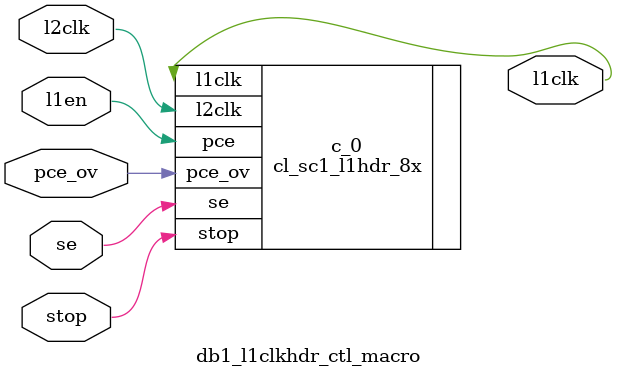
<source format=v>
module db1_l1clkhdr_ctl_macro (
  l2clk, 
  l1en, 
  pce_ov, 
  stop, 
  se, 
  l1clk);


  input l2clk;
  input l1en;
  input pce_ov;
  input stop;
  input se;
  output l1clk;



 

cl_sc1_l1hdr_8x c_0 (


   .l2clk(l2clk),
   .pce(l1en),
   .l1clk(l1clk),
  .se(se),
  .pce_ov(pce_ov),
  .stop(stop)
);



endmodule


</source>
